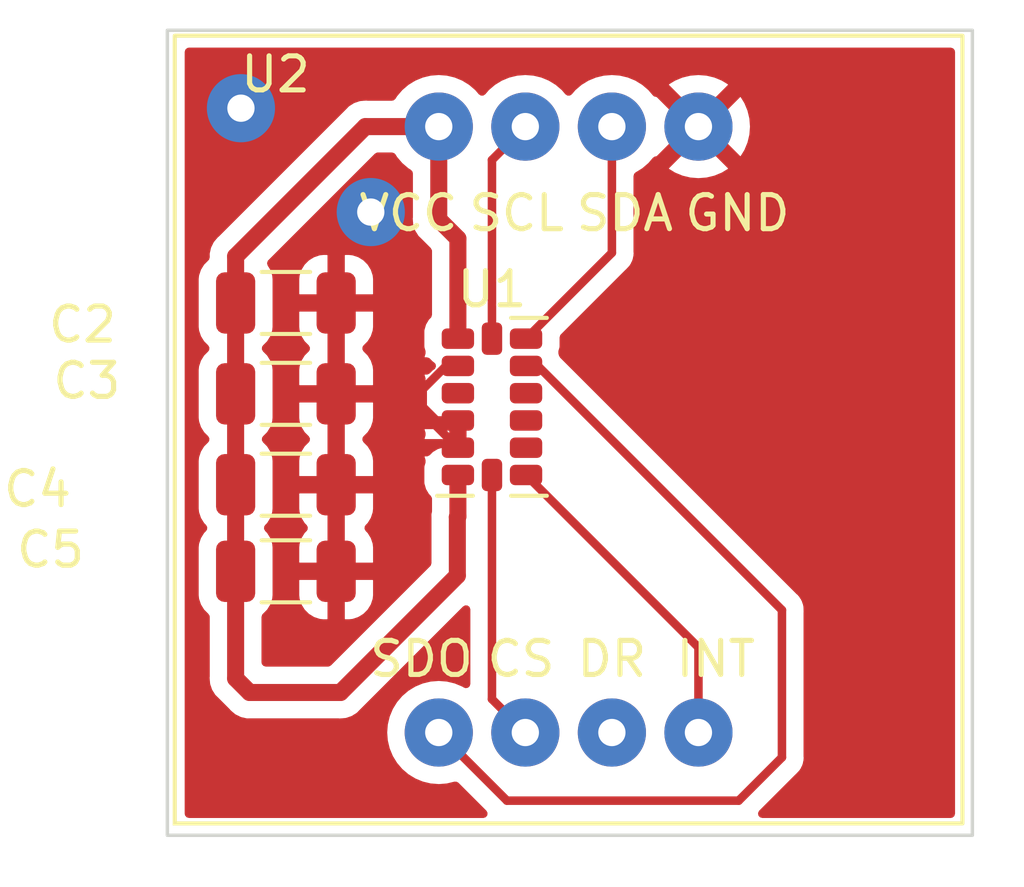
<source format=kicad_pcb>
(kicad_pcb (version 20211014) (generator pcbnew)
  (layers (0 "F.Cu" signal) (31 "B.Cu" signal) (34 "B.Paste" user) (35 "F.Paste" user) (36 "B.SilkS" user "B.Silkscreen") (37 "F.SilkS" user "F.Silkscreen") (38 "B.Mask" user) (39 "F.Mask" user) (44 "Edge.Cuts" user))
  (net 0 "")
  (net 1 "/Vs")
  (net 3 "Net-(U1-Pad7)")
  (net 4 "Net-(U1-Pad8)")
  (net 8 "Net-(U1-Pad12)")
  (net 9 "Net-(U1-Pad13)")
  (net 10 "Net-(U1-Pad14)")
  (net 11 "GND")
  (footprint "Capacitor_SMD:C_1206_3216Metric" (layer "F.Cu") (at 73.455 51.943)
    (fp_text reference "C2" (at -5.969 0.635) (layer "F.SilkS"))
    (fp_text value "0.1u")
    (fp_line (start -0.711252 0.91) (end 0.711252 0.91) (layer "F.SilkS") (width 0.12))
    (fp_line (start -0.711252 -0.91) (end 0.711252 -0.91) (layer "F.SilkS") (width 0.12))
    (pad "1" smd roundrect (at -1.475 0) (size 1.15 1.8) (layers "F.Cu" "F.Paste" "F.Mask") (roundrect_rratio 0.2173913043) (net 1 "/Vs"))
    (pad "2" smd roundrect (at 1.475 0) (size 1.15 1.8) (layers "F.Cu" "F.Paste" "F.Mask") (roundrect_rratio 0.2173913043) (net 11 "GND"))
  )
  (footprint "Capacitor_SMD:C_1206_3216Metric" (layer "F.Cu") (at 73.455 59.817)
    (fp_text reference "C5" (at -6.907 -0.635) (layer "F.SilkS"))
    (fp_text value "1u")
    (fp_line (start -0.711252 -0.91) (end 0.711252 -0.91) (layer "F.SilkS") (width 0.12))
    (fp_line (start -0.711252 0.91) (end 0.711252 0.91) (layer "F.SilkS") (width 0.12))
    (pad "1" smd roundrect (at -1.475 0) (size 1.15 1.8) (layers "F.Cu" "F.Paste" "F.Mask") (roundrect_rratio 0.2173913043) (net 1 "/Vs"))
    (pad "2" smd roundrect (at 1.475 0) (size 1.15 1.8) (layers "F.Cu" "F.Paste" "F.Mask") (roundrect_rratio 0.2173913043) (net 11 "GND"))
  )
  (footprint "Omat:GY-50" (layer "F.Cu") (at 70.194 67.215)
    (fp_text reference "U2" (at 2.958 -21.979 unlocked) (layer "F.SilkS"))
    (fp_text value "GY-50")
    (fp_text user "GND" (at 16.51 -17.907 unlocked) (layer "F.SilkS"))
    (fp_text user "SDO" (at 7.239 -4.826 unlocked) (layer "F.SilkS"))
    (fp_text user "SDA" (at 13.208 -17.907 unlocked) (layer "F.SilkS"))
    (fp_text user "INT" (at 15.875 -4.826 unlocked) (layer "F.SilkS"))
    (fp_text user "DR" (at 12.827 -4.826 unlocked) (layer "F.SilkS"))
    (fp_text user "CS" (at 10.16 -4.826 unlocked) (layer "F.SilkS"))
    (fp_text user "VCC" (at 6.858 -17.907 unlocked) (layer "F.SilkS"))
    (fp_text user "SCL" (at 10.033 -17.907 unlocked) (layer "F.SilkS"))
    (fp_rect (start 0 0) (end 23.114 -23.114) (layer "F.SilkS") (width 0.12) (fill none))
    (pad "1" thru_hole circle (at 7.747 -2.667) (size 2 2) (drill 0.8) (layers *.Cu *.Mask) (net 8 "Net-(U1-Pad12)"))
    (pad "2" thru_hole circle (at 10.287 -2.667) (size 2 2) (drill 0.8) (layers *.Cu *.Mask) (net 3 "Net-(U1-Pad7)"))
    (pad "3" thru_hole circle (at 12.827 -2.667) (size 2 2) (drill 0.8) (layers *.Cu *.Mask))
    (pad "4" thru_hole circle (at 15.367 -2.667) (size 2 2) (drill 0.8) (layers *.Cu *.Mask) (net 4 "Net-(U1-Pad8)"))
    (pad "5" thru_hole circle (at 7.747 -20.447) (size 2 2) (drill 0.8) (layers *.Cu *.Mask) (net 1 "/Vs"))
    (pad "6" thru_hole circle (at 10.287 -20.447) (size 2 2) (drill 0.8) (layers *.Cu *.Mask) (net 10 "Net-(U1-Pad14)"))
    (pad "7" thru_hole circle (at 12.827 -20.447) (size 2 2) (drill 0.8) (layers *.Cu *.Mask) (net 9 "Net-(U1-Pad13)"))
    (pad "8" thru_hole circle (at 15.367 -20.447) (size 2 2) (drill 0.8) (layers *.Cu *.Mask) (net 11 "GND"))
  )
  (footprint "Capacitor_SMD:C_1206_3216Metric" (layer "F.Cu") (at 73.455 57.277)
    (fp_text reference "C4" (at -7.288 0.127) (layer "F.SilkS"))
    (fp_text value "1u")
    (fp_line (start -0.711252 -0.91) (end 0.711252 -0.91) (layer "F.SilkS") (width 0.12))
    (fp_line (start -0.711252 0.91) (end 0.711252 0.91) (layer "F.SilkS") (width 0.12))
    (pad "1" smd roundrect (at -1.475 0) (size 1.15 1.8) (layers "F.Cu" "F.Paste" "F.Mask") (roundrect_rratio 0.2173913043) (net 1 "/Vs"))
    (pad "2" smd roundrect (at 1.475 0) (size 1.15 1.8) (layers "F.Cu" "F.Paste" "F.Mask") (roundrect_rratio 0.2173913043) (net 11 "GND"))
  )
  (footprint "Package_LGA:LGA-14_3x5mm_P0.8mm_LayoutBorder1x6y" (layer "F.Cu") (at 79.502 54.991)
    (fp_text reference "U1" (at 0 -3.45) (layer "F.SilkS"))
    (fp_text value "ADXL343")
    (fp_line (start 0.56 -2.61) (end 1.61 -2.61) (layer "F.SilkS") (width 0.12))
    (fp_line (start -0.56 2.61) (end -1.61 2.61) (layer "F.SilkS") (width 0.12))
    (fp_line (start 0.56 2.61) (end 1.61 2.61) (layer "F.SilkS") (width 0.12))
    (pad "1" smd roundrect (at -1 -2) (size 0.95 0.6) (layers "F.Cu" "F.Paste" "F.Mask") (net 1 "/Vs"))
    (pad "2" smd roundrect (at -1 -1.2) (size 0.95 0.6) (layers "F.Cu" "F.Paste" "F.Mask") (net 11 "GND"))
    (pad "3" smd roundrect (at -1 -0.4) (size 0.95 0.6) (layers "F.Cu" "F.Paste" "F.Mask"))
    (pad "4" smd roundrect (at -1 0.4) (size 0.95 0.6) (layers "F.Cu" "F.Paste" "F.Mask") (net 11 "GND"))
    (pad "5" smd roundrect (at -1 1.2) (size 0.95 0.6) (layers "F.Cu" "F.Paste" "F.Mask") (net 11 "GND"))
    (pad "6" smd roundrect (at -1 2) (size 0.95 0.6) (layers "F.Cu" "F.Paste" "F.Mask") (net 1 "/Vs"))
    (pad "7" smd roundrect (at 0 2) (size 0.6 0.95) (layers "F.Cu" "F.Paste" "F.Mask") (net 3 "Net-(U1-Pad7)"))
    (pad "8" smd roundrect (at 1 2) (size 0.95 0.6) (layers "F.Cu" "F.Paste" "F.Mask") (net 4 "Net-(U1-Pad8)"))
    (pad "9" smd roundrect (at 1 1.2) (size 0.95 0.6) (layers "F.Cu" "F.Paste" "F.Mask"))
    (pad "10" smd roundrect (at 1 0.4) (size 0.95 0.6) (layers "F.Cu" "F.Paste" "F.Mask"))
    (pad "11" smd roundrect (at 1 -0.4) (size 0.95 0.6) (layers "F.Cu" "F.Paste" "F.Mask"))
    (pad "12" smd roundrect (at 1 -1.2) (size 0.95 0.6) (layers "F.Cu" "F.Paste" "F.Mask") (net 8 "Net-(U1-Pad12)"))
    (pad "13" smd roundrect (at 1 -2) (size 0.95 0.6) (layers "F.Cu" "F.Paste" "F.Mask") (net 9 "Net-(U1-Pad13)"))
    (pad "14" smd roundrect (at 0 -2) (size 0.6 0.95) (layers "F.Cu" "F.Paste" "F.Mask") (net 10 "Net-(U1-Pad14)"))
  )
  (footprint "Capacitor_SMD:C_1206_3216Metric" (layer "F.Cu") (at 73.455 54.61)
    (fp_text reference "C3" (at -5.842 -0.381) (layer "F.SilkS"))
    (fp_text value "0.1u")
    (fp_line (start -0.711252 -0.91) (end 0.711252 -0.91) (layer "F.SilkS") (width 0.12))
    (fp_line (start -0.711252 0.91) (end 0.711252 0.91) (layer "F.SilkS") (width 0.12))
    (pad "1" smd roundrect (at -1.475 0) (size 1.15 1.8) (layers "F.Cu" "F.Paste" "F.Mask") (roundrect_rratio 0.2173913043) (net 1 "/Vs"))
    (pad "2" smd roundrect (at 1.475 0) (size 1.15 1.8) (layers "F.Cu" "F.Paste" "F.Mask") (roundrect_rratio 0.2173913043) (net 11 "GND"))
  )
  (gr_rect (start 69.977 43.942) (end 93.599 67.564) (layer "Edge.Cuts") (width 0.1) (fill none))
  (segment (start 71.98 50.575) (end 75.787 46.768) (width 0.5) (layer "F.Cu") (net 1))
  (segment (start 78.502 56.991) (end 78.502 58.20927) (width 0.5) (layer "F.Cu") (net 1))
  (segment (start 77.941 49.493) (end 78.502 50.054) (width 0.5) (layer "F.Cu") (net 1))
  (segment (start 78.502 58.20927) (end 78.486 58.22527) (width 0.5) (layer "F.Cu") (net 1))
  (segment (start 71.98 62.963) (end 71.98 59.817) (width 0.5) (layer "F.Cu") (net 1))
  (segment (start 75.787 46.768) (end 77.941 46.768) (width 0.5) (layer "F.Cu") (net 1))
  (segment (start 72.39 63.373) (end 71.98 62.963) (width 0.5) (layer "F.Cu") (net 1))
  (segment (start 78.486 59.944) (end 75.057 63.373) (width 0.5) (layer "F.Cu") (net 1))
  (segment (start 78.486 58.22527) (end 78.486 59.944) (width 0.5) (layer "F.Cu") (net 1))
  (segment (start 71.98 51.943) (end 71.98 50.575) (width 0.5) (layer "F.Cu") (net 1))
  (segment (start 77.941 46.768) (end 77.941 49.493) (width 0.5) (layer "F.Cu") (net 1))
  (segment (start 75.057 63.373) (end 72.39 63.373) (width 0.5) (layer "F.Cu") (net 1))
  (segment (start 78.502 50.054) (end 78.502 52.991) (width 0.5) (layer "F.Cu") (net 1))
  (segment (start 71.98 51.943) (end 71.98 59.817) (width 0.5) (layer "F.Cu") (net 1))
  (segment (start 79.502 63.569) (end 79.502 56.991) (width 0.25) (layer "F.Cu") (net 3))
  (segment (start 80.481 64.548) (end 79.502 63.569) (width 0.25) (layer "F.Cu") (net 3))
  (segment (start 85.561 62.05) (end 80.502 56.991) (width 0.25) (layer "F.Cu") (net 4))
  (segment (start 85.561 64.548) (end 85.561 62.05) (width 0.25) (layer "F.Cu") (net 4))
  (segment (start 77.941 64.548) (end 79.941 66.548) (width 0.25) (layer "F.Cu") (net 8))
  (segment (start 80.848072 53.791) (end 80.502 53.791) (width 0.25) (layer "F.Cu") (net 8))
  (segment (start 86.741 66.548) (end 88.011 65.278) (width 0.25) (layer "F.Cu") (net 8))
  (segment (start 88.011 60.953928) (end 80.848072 53.791) (width 0.25) (layer "F.Cu") (net 8))
  (segment (start 79.941 66.548) (end 86.741 66.548) (width 0.25) (layer "F.Cu") (net 8))
  (segment (start 88.011 65.278) (end 88.011 60.953928) (width 0.25) (layer "F.Cu") (net 8))
  (segment (start 83.021 50.472) (end 80.502 52.991) (width 0.25) (layer "F.Cu") (net 9))
  (segment (start 83.021 46.768) (end 83.021 50.472) (width 0.25) (layer "F.Cu") (net 9))
  (segment (start 80.481 46.768) (end 79.502 47.747) (width 0.25) (layer "F.Cu") (net 10))
  (segment (start 79.502 47.747) (end 79.502 52.991) (width 0.25) (layer "F.Cu") (net 10))
  (segment (start 78.155928 53.791) (end 77.47 54.476928) (width 0.25) (layer "F.Cu") (net 11))
  (segment (start 77.47 54.991) (end 77.87 55.391) (width 0.25) (layer "F.Cu") (net 11))
  (segment (start 77.87 55.391) (end 78.502 55.391) (width 0.25) (layer "F.Cu") (net 11))
  (segment (start 77.47 54.991) (end 77.47 55.159) (width 0.25) (layer "F.Cu") (net 11))
  (segment (start 78.502 53.791) (end 78.155928 53.791) (width 0.25) (layer "F.Cu") (net 11))
  (segment (start 77.47 54.476928) (end 77.47 54.991) (width 0.25) (layer "F.Cu") (net 11))
  (segment (start 77.47 55.159) (end 78.502 56.191) (width 0.25) (layer "F.Cu") (net 11))
  (via (at 72.136 46.228) (size 2) (drill 0.8) (layers "F.Cu" "B.Cu") (net 11))
  (via (at 75.946 49.276) (size 2) (drill 0.8) (layers "F.Cu" "B.Cu") (net 11))
  (zone (net 11) (net_name "GND") (layer "F.Cu") (connect_pads (clearance 0.508)) (min_thickness 0.254) (fill yes (thermal_gap 0.508) (thermal_bridge_width 0.508))
    (polygon (pts (xy 95.123 43.18) (xy 94.996 68.707) (xy 69.088 69.088) (xy 68.961 43.561) (xy 69.342 43.053)))
  )
)
</source>
